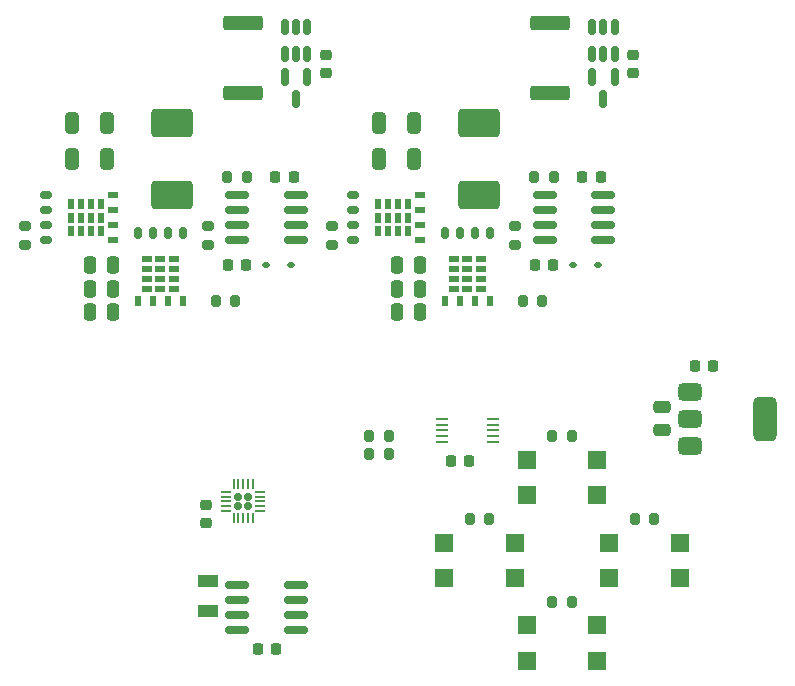
<source format=gtp>
G04 #@! TF.GenerationSoftware,KiCad,Pcbnew,9.0.1*
G04 #@! TF.CreationDate,2025-05-08T09:38:55+02:00*
G04 #@! TF.ProjectId,bidirectional-tester,62696469-7265-4637-9469-6f6e616c2d74,rev?*
G04 #@! TF.SameCoordinates,Original*
G04 #@! TF.FileFunction,Paste,Top*
G04 #@! TF.FilePolarity,Positive*
%FSLAX46Y46*%
G04 Gerber Fmt 4.6, Leading zero omitted, Abs format (unit mm)*
G04 Created by KiCad (PCBNEW 9.0.1) date 2025-05-08 09:38:55*
%MOMM*%
%LPD*%
G01*
G04 APERTURE LIST*
G04 Aperture macros list*
%AMRoundRect*
0 Rectangle with rounded corners*
0 $1 Rounding radius*
0 $2 $3 $4 $5 $6 $7 $8 $9 X,Y pos of 4 corners*
0 Add a 4 corners polygon primitive as box body*
4,1,4,$2,$3,$4,$5,$6,$7,$8,$9,$2,$3,0*
0 Add four circle primitives for the rounded corners*
1,1,$1+$1,$2,$3*
1,1,$1+$1,$4,$5*
1,1,$1+$1,$6,$7*
1,1,$1+$1,$8,$9*
0 Add four rect primitives between the rounded corners*
20,1,$1+$1,$2,$3,$4,$5,0*
20,1,$1+$1,$4,$5,$6,$7,0*
20,1,$1+$1,$6,$7,$8,$9,0*
20,1,$1+$1,$8,$9,$2,$3,0*%
G04 Aperture macros list end*
%ADD10RoundRect,0.250000X0.250000X0.475000X-0.250000X0.475000X-0.250000X-0.475000X0.250000X-0.475000X0*%
%ADD11RoundRect,0.225000X0.250000X-0.225000X0.250000X0.225000X-0.250000X0.225000X-0.250000X-0.225000X0*%
%ADD12RoundRect,0.200000X0.275000X-0.200000X0.275000X0.200000X-0.275000X0.200000X-0.275000X-0.200000X0*%
%ADD13RoundRect,0.200000X0.200000X0.275000X-0.200000X0.275000X-0.200000X-0.275000X0.200000X-0.275000X0*%
%ADD14RoundRect,0.200000X-0.200000X-0.275000X0.200000X-0.275000X0.200000X0.275000X-0.200000X0.275000X0*%
%ADD15RoundRect,0.250000X0.325000X0.650000X-0.325000X0.650000X-0.325000X-0.650000X0.325000X-0.650000X0*%
%ADD16RoundRect,0.250000X-1.425000X0.362500X-1.425000X-0.362500X1.425000X-0.362500X1.425000X0.362500X0*%
%ADD17RoundRect,0.225000X0.225000X0.250000X-0.225000X0.250000X-0.225000X-0.250000X0.225000X-0.250000X0*%
%ADD18RoundRect,0.150000X-0.150000X0.512500X-0.150000X-0.512500X0.150000X-0.512500X0.150000X0.512500X0*%
%ADD19RoundRect,0.150000X-0.150000X0.587500X-0.150000X-0.587500X0.150000X-0.587500X0.150000X0.587500X0*%
%ADD20R,1.500000X1.500000*%
%ADD21R,0.600000X0.900000*%
%ADD22R,0.900000X0.600000*%
%ADD23RoundRect,0.150000X0.375000X-0.150000X0.375000X0.150000X-0.375000X0.150000X-0.375000X-0.150000X0*%
%ADD24RoundRect,0.112500X-0.187500X-0.112500X0.187500X-0.112500X0.187500X0.112500X-0.187500X0.112500X0*%
%ADD25RoundRect,0.250000X0.475000X-0.250000X0.475000X0.250000X-0.475000X0.250000X-0.475000X-0.250000X0*%
%ADD26RoundRect,0.375000X-0.625000X-0.375000X0.625000X-0.375000X0.625000X0.375000X-0.625000X0.375000X0*%
%ADD27RoundRect,0.500000X-0.500000X-1.400000X0.500000X-1.400000X0.500000X1.400000X-0.500000X1.400000X0*%
%ADD28RoundRect,0.225000X-0.225000X-0.250000X0.225000X-0.250000X0.225000X0.250000X-0.225000X0.250000X0*%
%ADD29RoundRect,0.150000X-0.150000X-0.375000X0.150000X-0.375000X0.150000X0.375000X-0.150000X0.375000X0*%
%ADD30RoundRect,0.150000X0.825000X0.150000X-0.825000X0.150000X-0.825000X-0.150000X0.825000X-0.150000X0*%
%ADD31RoundRect,0.250000X-1.500000X0.925000X-1.500000X-0.925000X1.500000X-0.925000X1.500000X0.925000X0*%
%ADD32R,1.800000X1.000000*%
%ADD33RoundRect,0.150000X-0.825000X-0.150000X0.825000X-0.150000X0.825000X0.150000X-0.825000X0.150000X0*%
%ADD34RoundRect,0.167500X-0.167500X-0.167500X0.167500X-0.167500X0.167500X0.167500X-0.167500X0.167500X0*%
%ADD35RoundRect,0.050000X-0.375000X-0.050000X0.375000X-0.050000X0.375000X0.050000X-0.375000X0.050000X0*%
%ADD36RoundRect,0.050000X-0.050000X-0.375000X0.050000X-0.375000X0.050000X0.375000X-0.050000X0.375000X0*%
%ADD37R,1.100000X0.250000*%
G04 APERTURE END LIST*
D10*
X102950000Y-96000000D03*
X101050000Y-96000000D03*
D11*
X121000000Y-75775000D03*
X121000000Y-74225000D03*
D12*
X85000000Y-90325000D03*
X85000000Y-88675000D03*
D13*
X115825000Y-106500000D03*
X114175000Y-106500000D03*
D14*
X112675000Y-84500000D03*
X114325000Y-84500000D03*
D15*
X76475000Y-80000000D03*
X73525000Y-80000000D03*
D16*
X88000000Y-71537500D03*
X88000000Y-77462500D03*
D13*
X122825000Y-113500000D03*
X121175000Y-113500000D03*
D17*
X114275000Y-92000000D03*
X112725000Y-92000000D03*
D12*
X111000000Y-90325000D03*
X111000000Y-88675000D03*
D16*
X114000000Y-71537500D03*
X114000000Y-77462500D03*
D18*
X93450000Y-71862500D03*
X92500000Y-71862500D03*
X91550000Y-71862500D03*
X91550000Y-74137500D03*
X92500000Y-74137500D03*
X93450000Y-74137500D03*
D15*
X102475000Y-80000000D03*
X99525000Y-80000000D03*
D11*
X84845000Y-113820000D03*
X84845000Y-112270000D03*
D19*
X119450000Y-76062500D03*
X117550000Y-76062500D03*
X118500000Y-77937500D03*
D13*
X115825000Y-120500000D03*
X114175000Y-120500000D03*
D20*
X112000000Y-108500000D03*
X118000000Y-108500000D03*
X112000000Y-111500000D03*
X118000000Y-111500000D03*
D10*
X102950000Y-94000000D03*
X101050000Y-94000000D03*
D14*
X86675000Y-84500000D03*
X88325000Y-84500000D03*
X111675000Y-95000000D03*
X113325000Y-95000000D03*
D21*
X99450000Y-86850000D03*
X99450000Y-88000000D03*
X99450000Y-89150000D03*
X100300000Y-86850000D03*
X100300000Y-88000000D03*
X100300000Y-89150000D03*
X101150000Y-86850000D03*
X101150000Y-88000000D03*
X101150000Y-89150000D03*
X102000000Y-86850000D03*
X102000000Y-88000000D03*
X102000000Y-89150000D03*
D22*
X103000000Y-86095000D03*
X103000000Y-87365000D03*
X103000000Y-88635000D03*
X103000000Y-89905000D03*
D23*
X97275000Y-86095000D03*
X97275000Y-87365000D03*
X97275000Y-88635000D03*
X97275000Y-89905000D03*
D21*
X73450000Y-86850000D03*
X73450000Y-88000000D03*
X73450000Y-89150000D03*
X74300000Y-86850000D03*
X74300000Y-88000000D03*
X74300000Y-89150000D03*
X75150000Y-86850000D03*
X75150000Y-88000000D03*
X75150000Y-89150000D03*
X76000000Y-86850000D03*
X76000000Y-88000000D03*
X76000000Y-89150000D03*
D22*
X77000000Y-86095000D03*
X77000000Y-87365000D03*
X77000000Y-88635000D03*
X77000000Y-89905000D03*
D23*
X71275000Y-86095000D03*
X71275000Y-87365000D03*
X71275000Y-88635000D03*
X71275000Y-89905000D03*
D10*
X102950000Y-92000000D03*
X101050000Y-92000000D03*
D24*
X115950000Y-92000000D03*
X118050000Y-92000000D03*
D25*
X123500000Y-105950000D03*
X123500000Y-104050000D03*
D10*
X76950000Y-92000000D03*
X75050000Y-92000000D03*
X76950000Y-96000000D03*
X75050000Y-96000000D03*
D13*
X108825000Y-113500000D03*
X107175000Y-113500000D03*
D10*
X76950000Y-94000000D03*
X75050000Y-94000000D03*
D26*
X125850000Y-102700000D03*
X125850000Y-105000000D03*
D27*
X132150000Y-105000000D03*
D26*
X125850000Y-107300000D03*
D28*
X90725000Y-84500000D03*
X92275000Y-84500000D03*
D17*
X107160000Y-108605000D03*
X105610000Y-108605000D03*
D12*
X69500000Y-90325000D03*
X69500000Y-88675000D03*
D19*
X93450000Y-76062500D03*
X91550000Y-76062500D03*
X92500000Y-77937500D03*
D18*
X119450000Y-71862500D03*
X118500000Y-71862500D03*
X117550000Y-71862500D03*
X117550000Y-74137500D03*
X118500000Y-74137500D03*
X119450000Y-74137500D03*
D15*
X102475000Y-83000000D03*
X99525000Y-83000000D03*
X76475000Y-83000000D03*
X73525000Y-83000000D03*
D22*
X82150000Y-91450000D03*
X81000000Y-91450000D03*
X79850000Y-91450000D03*
X82150000Y-92300000D03*
X81000000Y-92300000D03*
X79850000Y-92300000D03*
X82150000Y-93150000D03*
X81000000Y-93150000D03*
X79850000Y-93150000D03*
X82150000Y-94000000D03*
X81000000Y-94000000D03*
X79850000Y-94000000D03*
D21*
X82905000Y-95000000D03*
X81635000Y-95000000D03*
X80365000Y-95000000D03*
X79095000Y-95000000D03*
D29*
X82905000Y-89275000D03*
X81635000Y-89275000D03*
X80365000Y-89275000D03*
X79095000Y-89275000D03*
D30*
X92475000Y-89905000D03*
X92475000Y-88635000D03*
X92475000Y-87365000D03*
X92475000Y-86095000D03*
X87525000Y-86095000D03*
X87525000Y-87365000D03*
X87525000Y-88635000D03*
X87525000Y-89905000D03*
D22*
X108150000Y-91450000D03*
X107000000Y-91450000D03*
X105850000Y-91450000D03*
X108150000Y-92300000D03*
X107000000Y-92300000D03*
X105850000Y-92300000D03*
X108150000Y-93150000D03*
X107000000Y-93150000D03*
X105850000Y-93150000D03*
X108150000Y-94000000D03*
X107000000Y-94000000D03*
X105850000Y-94000000D03*
D21*
X108905000Y-95000000D03*
X107635000Y-95000000D03*
X106365000Y-95000000D03*
X105095000Y-95000000D03*
D29*
X108905000Y-89275000D03*
X107635000Y-89275000D03*
X106365000Y-89275000D03*
X105095000Y-89275000D03*
D14*
X98675000Y-108010000D03*
X100325000Y-108010000D03*
D31*
X82000000Y-79975000D03*
X82000000Y-86025000D03*
D30*
X118475000Y-89905000D03*
X118475000Y-88635000D03*
X118475000Y-87365000D03*
X118475000Y-86095000D03*
X113525000Y-86095000D03*
X113525000Y-87365000D03*
X113525000Y-88635000D03*
X113525000Y-89905000D03*
D20*
X119000000Y-115500000D03*
X125000000Y-115500000D03*
X119000000Y-118500000D03*
X125000000Y-118500000D03*
D32*
X85000000Y-118750000D03*
X85000000Y-121250000D03*
D31*
X108000000Y-79975000D03*
X108000000Y-86025000D03*
D14*
X85675000Y-95000000D03*
X87325000Y-95000000D03*
D28*
X116725000Y-84500000D03*
X118275000Y-84500000D03*
D14*
X98675000Y-106500000D03*
X100325000Y-106500000D03*
D24*
X89950000Y-92000000D03*
X92050000Y-92000000D03*
D12*
X95500000Y-90325000D03*
X95500000Y-88675000D03*
D33*
X87525000Y-119095000D03*
X87525000Y-120365000D03*
X87525000Y-121635000D03*
X87525000Y-122905000D03*
X92475000Y-122905000D03*
X92475000Y-121635000D03*
X92475000Y-120365000D03*
X92475000Y-119095000D03*
D34*
X87590000Y-111590000D03*
X87590000Y-112410000D03*
X88410000Y-111590000D03*
X88410000Y-112410000D03*
D35*
X86550000Y-111200000D03*
X86550000Y-111600000D03*
X86550000Y-112000000D03*
X86550000Y-112400000D03*
X86550000Y-112800000D03*
D36*
X87200000Y-113450000D03*
X87600000Y-113450000D03*
X88000000Y-113450000D03*
X88400000Y-113450000D03*
X88800000Y-113450000D03*
D35*
X89450000Y-112800000D03*
X89450000Y-112400000D03*
X89450000Y-112000000D03*
X89450000Y-111600000D03*
X89450000Y-111200000D03*
D36*
X88800000Y-110550000D03*
X88400000Y-110550000D03*
X88000000Y-110550000D03*
X87600000Y-110550000D03*
X87200000Y-110550000D03*
D17*
X90775000Y-124500000D03*
X89225000Y-124500000D03*
X127775000Y-100500000D03*
X126225000Y-100500000D03*
D37*
X104850000Y-105000000D03*
X104850000Y-105500000D03*
X104850000Y-106000000D03*
X104850000Y-106500000D03*
X104850000Y-107000000D03*
X109150000Y-107000000D03*
X109150000Y-106500000D03*
X109150000Y-106000000D03*
X109150000Y-105500000D03*
X109150000Y-105000000D03*
D11*
X95000000Y-75775000D03*
X95000000Y-74225000D03*
D20*
X112000000Y-122500000D03*
X118000000Y-122500000D03*
X112000000Y-125500000D03*
X118000000Y-125500000D03*
X105000000Y-115500000D03*
X111000000Y-115500000D03*
X105000000Y-118500000D03*
X111000000Y-118500000D03*
D17*
X88275000Y-92000000D03*
X86725000Y-92000000D03*
M02*

</source>
